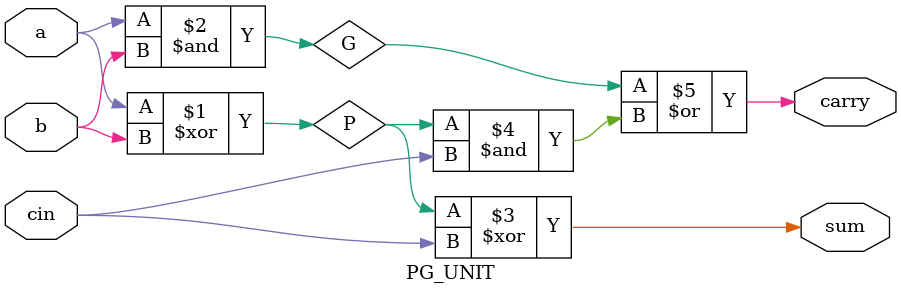
<source format=v>
`timescale 1ns / 1ps
module RCA #(parameter N=4)(
    input [N-1:0] A,
    input [N-1:0] B,
    input Cin,
    output [N-1:0]S,
    output Cout
    );
    wire [N-1:0]carry;
    genvar i;
    generate 
        for(i=0; i<N; i=i+1)
        begin
            if(i==0)
                PG_UNIT U ( .a(A[0]),
                            .b(B[0]),
                            .cin(Cin),
                            .sum(S[0]),
                            .carry(carry[0])
                           ); 
            else
                PG_UNIT U ( .a(A[i]),
                            .b(B[i]),
                            .cin(carry[i-1]),
                            .sum(S[i]),
                            .carry(carry[i])
                           ); 
        end
        
    endgenerate
    /////////////Carry out Logic///////////////////
    assign Cout=carry[N-1];
endmodule
/////////////////////////
module PG_UNIT(
input a,
input b,
input cin,
output sum,
output carry
);
wire P,G;
assign P=a^b; // Propagate Signal
assign G=a&b; // Generate Signal
assign sum=P^cin;
assign carry=G|(P&cin);
endmodule

</source>
